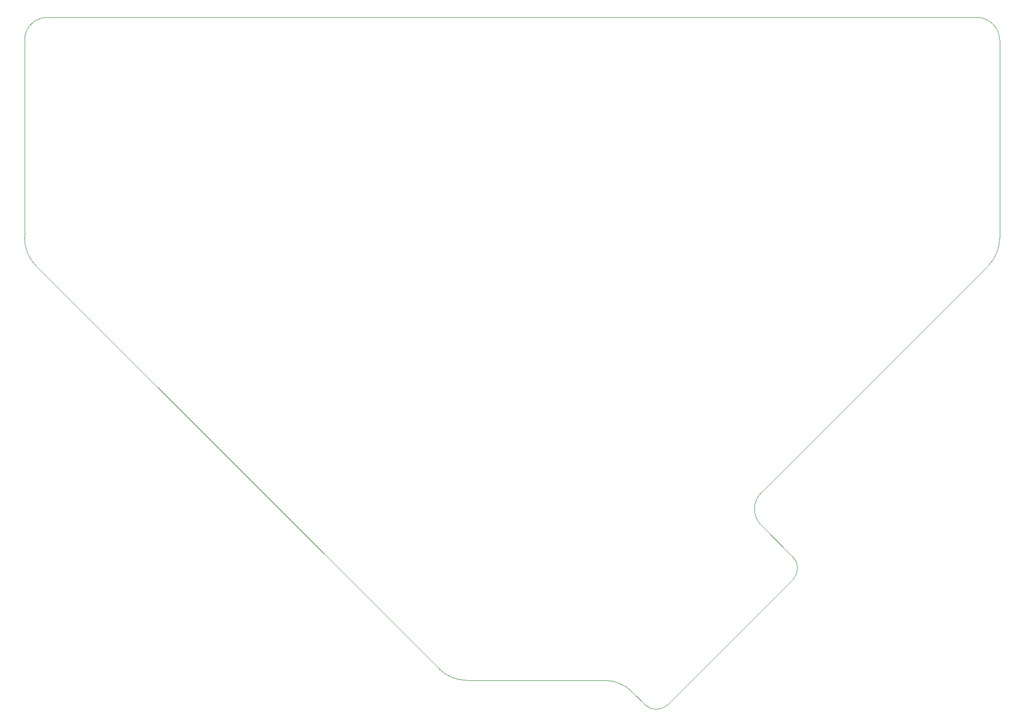
<source format=gbr>
%TF.GenerationSoftware,KiCad,Pcbnew,8.0.3*%
%TF.CreationDate,2025-01-15T13:42:06-05:00*%
%TF.ProjectId,EIM,45494d2e-6b69-4636-9164-5f7063625858,rev?*%
%TF.SameCoordinates,Original*%
%TF.FileFunction,Profile,NP*%
%FSLAX46Y46*%
G04 Gerber Fmt 4.6, Leading zero omitted, Abs format (unit mm)*
G04 Created by KiCad (PCBNEW 8.0.3) date 2025-01-15 13:42:06*
%MOMM*%
%LPD*%
G01*
G04 APERTURE LIST*
%TA.AperFunction,Profile*%
%ADD10C,0.050000*%
%TD*%
G04 APERTURE END LIST*
D10*
X156900357Y-153578427D02*
X162446942Y-159124988D01*
X140571930Y-185000000D02*
G75*
G02*
X136571930Y-185000000I-2000000J2000000D01*
G01*
X134321930Y-182750000D02*
X136571930Y-185000000D01*
X194621930Y-64750000D02*
G75*
G02*
X198621900Y-68750000I-30J-4000000D01*
G01*
X129493503Y-180750000D02*
G75*
G02*
X134321944Y-182749986I-3J-6828500D01*
G01*
X28021930Y-103371570D02*
X28021930Y-68750000D01*
X32021930Y-64750000D02*
X194621930Y-64750000D01*
X162446942Y-159124988D02*
G75*
G02*
X162446954Y-163125000I-2000042J-2000012D01*
G01*
X156900357Y-153578427D02*
G75*
G02*
X156900357Y-147921573I2828443J2828427D01*
G01*
X30021930Y-108200000D02*
G75*
G02*
X28021962Y-103371570I4828470J4828400D01*
G01*
X105400357Y-180750000D02*
X129493503Y-180750000D01*
X196621930Y-108200000D02*
X156900357Y-147921573D01*
X28021930Y-68750000D02*
G75*
G02*
X32021930Y-64750000I4000000J0D01*
G01*
X198621930Y-103371570D02*
G75*
G02*
X196621944Y-108200014I-6828430J-30D01*
G01*
X140571930Y-185000000D02*
X162446942Y-163124988D01*
X105400357Y-180750000D02*
G75*
G02*
X100571945Y-178749985I143J6828700D01*
G01*
X198621930Y-103371570D02*
X198621930Y-68750000D01*
X100571930Y-178750000D02*
X30021930Y-108200000D01*
M02*

</source>
